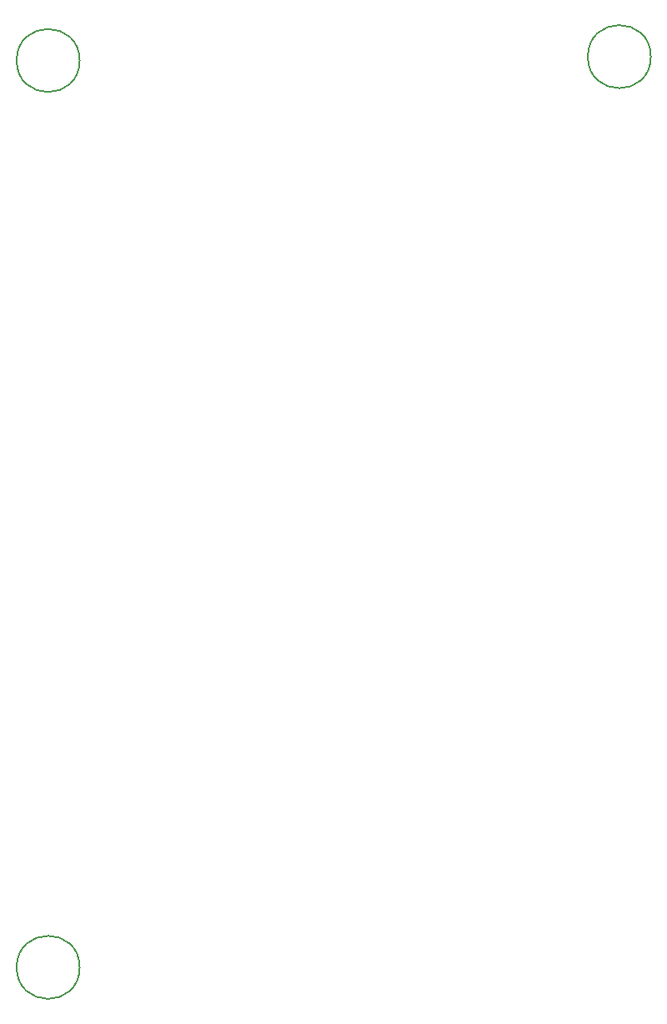
<source format=gbr>
%TF.GenerationSoftware,KiCad,Pcbnew,9.0.0*%
%TF.CreationDate,2025-03-07T09:36:14+03:00*%
%TF.ProjectId,PM_CNV-AI8_IU,504d5f43-4e56-42d4-9149-385f49552e6b,rev?*%
%TF.SameCoordinates,Original*%
%TF.FileFunction,Other,Comment*%
%FSLAX46Y46*%
G04 Gerber Fmt 4.6, Leading zero omitted, Abs format (unit mm)*
G04 Created by KiCad (PCBNEW 9.0.0) date 2025-03-07 09:36:14*
%MOMM*%
%LPD*%
G01*
G04 APERTURE LIST*
%ADD10C,0.150000*%
G04 APERTURE END LIST*
D10*
%TO.C,H2*%
X25200000Y46390000D02*
G75*
G02*
X18800000Y46390000I-3200000J0D01*
G01*
X18800000Y46390000D02*
G75*
G02*
X25200000Y46390000I3200000J0D01*
G01*
%TO.C,H3*%
X-32800000Y-46000000D02*
G75*
G02*
X-39200000Y-46000000I-3200000J0D01*
G01*
X-39200000Y-46000000D02*
G75*
G02*
X-32800000Y-46000000I3200000J0D01*
G01*
%TO.C,H1*%
X-32800000Y46000000D02*
G75*
G02*
X-39200000Y46000000I-3200000J0D01*
G01*
X-39200000Y46000000D02*
G75*
G02*
X-32800000Y46000000I3200000J0D01*
G01*
%TD*%
M02*

</source>
